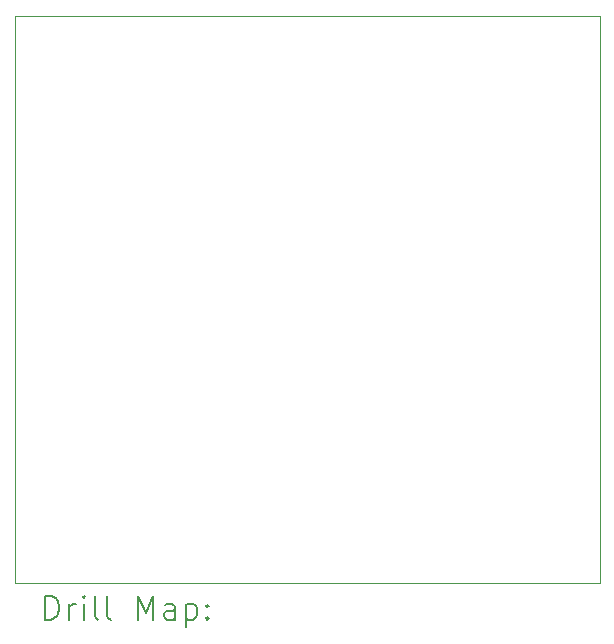
<source format=gbr>
%TF.GenerationSoftware,KiCad,Pcbnew,8.0.1*%
%TF.CreationDate,2024-05-12T16:17:54-04:00*%
%TF.ProjectId,recyclobot,72656379-636c-46f6-926f-742e6b696361,rev?*%
%TF.SameCoordinates,Original*%
%TF.FileFunction,Drillmap*%
%TF.FilePolarity,Positive*%
%FSLAX45Y45*%
G04 Gerber Fmt 4.5, Leading zero omitted, Abs format (unit mm)*
G04 Created by KiCad (PCBNEW 8.0.1) date 2024-05-12 16:17:54*
%MOMM*%
%LPD*%
G01*
G04 APERTURE LIST*
%ADD10C,0.050000*%
%ADD11C,0.200000*%
G04 APERTURE END LIST*
D10*
X15200000Y-7900000D02*
X15200000Y-12700000D01*
X10250000Y-12700000D02*
X10250000Y-7900000D01*
X15100000Y-12700000D02*
X10250000Y-12700000D01*
X10250000Y-7900000D02*
X15200000Y-7900000D01*
X15200000Y-12700000D02*
X15100000Y-12700000D01*
D11*
X10508277Y-13013984D02*
X10508277Y-12813984D01*
X10508277Y-12813984D02*
X10555896Y-12813984D01*
X10555896Y-12813984D02*
X10584467Y-12823508D01*
X10584467Y-12823508D02*
X10603515Y-12842555D01*
X10603515Y-12842555D02*
X10613039Y-12861603D01*
X10613039Y-12861603D02*
X10622563Y-12899698D01*
X10622563Y-12899698D02*
X10622563Y-12928269D01*
X10622563Y-12928269D02*
X10613039Y-12966365D01*
X10613039Y-12966365D02*
X10603515Y-12985412D01*
X10603515Y-12985412D02*
X10584467Y-13004460D01*
X10584467Y-13004460D02*
X10555896Y-13013984D01*
X10555896Y-13013984D02*
X10508277Y-13013984D01*
X10708277Y-13013984D02*
X10708277Y-12880650D01*
X10708277Y-12918746D02*
X10717801Y-12899698D01*
X10717801Y-12899698D02*
X10727324Y-12890174D01*
X10727324Y-12890174D02*
X10746372Y-12880650D01*
X10746372Y-12880650D02*
X10765420Y-12880650D01*
X10832086Y-13013984D02*
X10832086Y-12880650D01*
X10832086Y-12813984D02*
X10822563Y-12823508D01*
X10822563Y-12823508D02*
X10832086Y-12833031D01*
X10832086Y-12833031D02*
X10841610Y-12823508D01*
X10841610Y-12823508D02*
X10832086Y-12813984D01*
X10832086Y-12813984D02*
X10832086Y-12833031D01*
X10955896Y-13013984D02*
X10936848Y-13004460D01*
X10936848Y-13004460D02*
X10927324Y-12985412D01*
X10927324Y-12985412D02*
X10927324Y-12813984D01*
X11060658Y-13013984D02*
X11041610Y-13004460D01*
X11041610Y-13004460D02*
X11032086Y-12985412D01*
X11032086Y-12985412D02*
X11032086Y-12813984D01*
X11289229Y-13013984D02*
X11289229Y-12813984D01*
X11289229Y-12813984D02*
X11355896Y-12956841D01*
X11355896Y-12956841D02*
X11422562Y-12813984D01*
X11422562Y-12813984D02*
X11422562Y-13013984D01*
X11603515Y-13013984D02*
X11603515Y-12909222D01*
X11603515Y-12909222D02*
X11593991Y-12890174D01*
X11593991Y-12890174D02*
X11574943Y-12880650D01*
X11574943Y-12880650D02*
X11536848Y-12880650D01*
X11536848Y-12880650D02*
X11517801Y-12890174D01*
X11603515Y-13004460D02*
X11584467Y-13013984D01*
X11584467Y-13013984D02*
X11536848Y-13013984D01*
X11536848Y-13013984D02*
X11517801Y-13004460D01*
X11517801Y-13004460D02*
X11508277Y-12985412D01*
X11508277Y-12985412D02*
X11508277Y-12966365D01*
X11508277Y-12966365D02*
X11517801Y-12947317D01*
X11517801Y-12947317D02*
X11536848Y-12937793D01*
X11536848Y-12937793D02*
X11584467Y-12937793D01*
X11584467Y-12937793D02*
X11603515Y-12928269D01*
X11698753Y-12880650D02*
X11698753Y-13080650D01*
X11698753Y-12890174D02*
X11717801Y-12880650D01*
X11717801Y-12880650D02*
X11755896Y-12880650D01*
X11755896Y-12880650D02*
X11774943Y-12890174D01*
X11774943Y-12890174D02*
X11784467Y-12899698D01*
X11784467Y-12899698D02*
X11793991Y-12918746D01*
X11793991Y-12918746D02*
X11793991Y-12975888D01*
X11793991Y-12975888D02*
X11784467Y-12994936D01*
X11784467Y-12994936D02*
X11774943Y-13004460D01*
X11774943Y-13004460D02*
X11755896Y-13013984D01*
X11755896Y-13013984D02*
X11717801Y-13013984D01*
X11717801Y-13013984D02*
X11698753Y-13004460D01*
X11879705Y-12994936D02*
X11889229Y-13004460D01*
X11889229Y-13004460D02*
X11879705Y-13013984D01*
X11879705Y-13013984D02*
X11870182Y-13004460D01*
X11870182Y-13004460D02*
X11879705Y-12994936D01*
X11879705Y-12994936D02*
X11879705Y-13013984D01*
X11879705Y-12890174D02*
X11889229Y-12899698D01*
X11889229Y-12899698D02*
X11879705Y-12909222D01*
X11879705Y-12909222D02*
X11870182Y-12899698D01*
X11870182Y-12899698D02*
X11879705Y-12890174D01*
X11879705Y-12890174D02*
X11879705Y-12909222D01*
M02*

</source>
